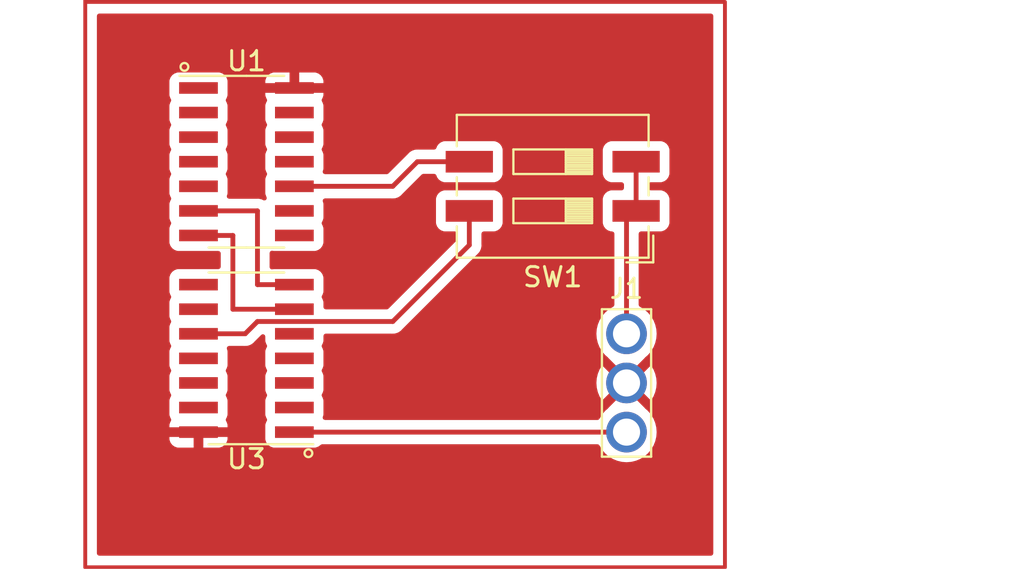
<source format=kicad_pcb>
(kicad_pcb (version 20221018) (generator pcbnew)
  (layers (0 "F.Cu" signal) (31 "B.Cu" signal) (34 "B.Paste" user) (35 "F.Paste" user) (36 "B.SilkS" user "B.Silkscreen") (37 "F.SilkS" user "F.Silkscreen") (38 "B.Mask" user) (39 "F.Mask" user) (44 "Edge.Cuts" user))
  (net 0 "")
  (net 1 "PWR_GND")
  (net 2 "PWR_5V")
  (net 3 "updi")
  (net 4 "udpi1")
  (net 5 "udpi2")
  (net 10 "Net-(U1-PB3{slash}RXD)")
  (net 11 "Net-(U1-PB2{slash}TXD)")
  (footprint "fab:SOIC-14_3.9x8.7mm_P1.27mm" (layer "F.Cu") (at 113.095 73.025 180)
    (fp_text reference "U3" (at 0 -5.2) (layer "F.SilkS"))
    (fp_text value "Microcontroller_ATtiny1614-SSFR")
    (fp_line (start 0 -4.435) (end -3.45 -4.435) (stroke (width 0.12)) (layer "F.SilkS"))
    (fp_line (start 0 -4.435) (end 1.95 -4.435) (stroke (width 0.12)) (layer "F.SilkS"))
    (fp_line (start 0 4.435) (end -1.95 4.435) (stroke (width 0.12)) (layer "F.SilkS"))
    (fp_line (start 0 4.435) (end 1.95 4.435) (stroke (width 0.12)) (layer "F.SilkS"))
    (fp_circle (center -3.2 -4.9) (end -3.2 -4.7) (stroke (width 0.12)) (fill none) (layer "F.SilkS"))
    (pad "1" smd rect (at -2.475 -3.81 180) (size 2 0.6) (layers "F.Cu" "F.Paste" "F.Mask") (net 2 "PWR_5V"))
    (pad "2" smd rect (at -2.475 -2.54 180) (size 2 0.6) (layers "F.Cu" "F.Paste" "F.Mask"))
    (pad "3" smd rect (at -2.475 -1.27 180) (size 2 0.6) (layers "F.Cu" "F.Paste" "F.Mask"))
    (pad "4" smd rect (at -2.475 0 180) (size 2 0.6) (layers "F.Cu" "F.Paste" "F.Mask"))
    (pad "5" smd rect (at -2.475 1.27 180) (size 2 0.6) (layers "F.Cu" "F.Paste" "F.Mask"))
    (pad "6" smd rect (at -2.475 2.54 180) (size 2 0.6) (layers "F.Cu" "F.Paste" "F.Mask") (net 11 "Net-(U1-PB2{slash}TXD)"))
    (pad "7" smd rect (at -2.475 3.81 180) (size 2 0.6) (layers "F.Cu" "F.Paste" "F.Mask") (net 10 "Net-(U1-PB3{slash}RXD)"))
    (pad "8" smd rect (at 2.475 3.81 180) (size 2 0.6) (layers "F.Cu" "F.Paste" "F.Mask"))
    (pad "9" smd rect (at 2.475 2.54 180) (size 2 0.6) (layers "F.Cu" "F.Paste" "F.Mask"))
    (pad "10" smd rect (at 2.475 1.27 180) (size 2 0.6) (layers "F.Cu" "F.Paste" "F.Mask") (net 4 "udpi1"))
    (pad "11" smd rect (at 2.475 0 180) (size 2 0.6) (layers "F.Cu" "F.Paste" "F.Mask"))
    (pad "12" smd rect (at 2.475 -1.27 180) (size 2 0.6) (layers "F.Cu" "F.Paste" "F.Mask"))
    (pad "13" smd rect (at 2.475 -2.54 180) (size 2 0.6) (layers "F.Cu" "F.Paste" "F.Mask"))
    (pad "14" smd rect (at 2.475 -3.81 180) (size 2 0.6) (layers "F.Cu" "F.Paste" "F.Mask") (net 1 "PWR_GND"))
  )
  (footprint "fab:SOIC-14_3.9x8.7mm_P1.27mm" (layer "F.Cu") (at 113.095 62.865)
    (fp_text reference "U1" (at 0 -5.2) (layer "F.SilkS"))
    (fp_text value "Microcontroller_ATtiny1614-SSFR")
    (fp_line (start 0 -4.435) (end -3.45 -4.435) (stroke (width 0.12)) (layer "F.SilkS"))
    (fp_line (start 0 -4.435) (end 1.95 -4.435) (stroke (width 0.12)) (layer "F.SilkS"))
    (fp_line (start 0 4.435) (end -1.95 4.435) (stroke (width 0.12)) (layer "F.SilkS"))
    (fp_line (start 0 4.435) (end 1.95 4.435) (stroke (width 0.12)) (layer "F.SilkS"))
    (fp_circle (center -3.2 -4.9) (end -3.2 -4.7) (stroke (width 0.12)) (fill none) (layer "F.SilkS"))
    (pad "1" smd rect (at -2.475 -3.81) (size 2 0.6) (layers "F.Cu" "F.Paste" "F.Mask") (net 2 "PWR_5V"))
    (pad "2" smd rect (at -2.475 -2.54) (size 2 0.6) (layers "F.Cu" "F.Paste" "F.Mask"))
    (pad "3" smd rect (at -2.475 -1.27) (size 2 0.6) (layers "F.Cu" "F.Paste" "F.Mask"))
    (pad "4" smd rect (at -2.475 0) (size 2 0.6) (layers "F.Cu" "F.Paste" "F.Mask"))
    (pad "5" smd rect (at -2.475 1.27) (size 2 0.6) (layers "F.Cu" "F.Paste" "F.Mask"))
    (pad "6" smd rect (at -2.475 2.54) (size 2 0.6) (layers "F.Cu" "F.Paste" "F.Mask") (net 10 "Net-(U1-PB3{slash}RXD)"))
    (pad "7" smd rect (at -2.475 3.81) (size 2 0.6) (layers "F.Cu" "F.Paste" "F.Mask") (net 11 "Net-(U1-PB2{slash}TXD)"))
    (pad "8" smd rect (at 2.475 3.81) (size 2 0.6) (layers "F.Cu" "F.Paste" "F.Mask"))
    (pad "9" smd rect (at 2.475 2.54) (size 2 0.6) (layers "F.Cu" "F.Paste" "F.Mask"))
    (pad "10" smd rect (at 2.475 1.27) (size 2 0.6) (layers "F.Cu" "F.Paste" "F.Mask") (net 5 "udpi2"))
    (pad "11" smd rect (at 2.475 0) (size 2 0.6) (layers "F.Cu" "F.Paste" "F.Mask"))
    (pad "12" smd rect (at 2.475 -1.27) (size 2 0.6) (layers "F.Cu" "F.Paste" "F.Mask"))
    (pad "13" smd rect (at 2.475 -2.54) (size 2 0.6) (layers "F.Cu" "F.Paste" "F.Mask"))
    (pad "14" smd rect (at 2.475 -3.81) (size 2 0.6) (layers "F.Cu" "F.Paste" "F.Mask") (net 1 "PWR_GND"))
  )
  (footprint "fab:PinHeader_1x03_P2.54mm_Vertical_THT_D1.4mm" (layer "F.Cu") (at 132.715 71.755)
    (fp_text reference "J1" (at 0 -2.33) (layer "F.SilkS"))
    (fp_text value "Conn_PinHeader_1x03_P2.54mm_Vertical_THT_D1.4mm")
    (fp_line (start -1.27 -1.27) (end -1.27 6.35) (stroke (width 0.12)) (layer "F.SilkS"))
    (fp_line (start -1.27 -1.27) (end 1.27 -1.27) (stroke (width 0.12)) (layer "F.SilkS"))
    (fp_line (start -1.27 6.35) (end 1.27 6.35) (stroke (width 0.12)) (layer "F.SilkS"))
    (fp_line (start 1.27 -1.27) (end 1.27 6.35) (stroke (width 0.12)) (layer "F.SilkS"))
    (pad "1" thru_hole circle (at 0 0) (size 2.1 2.1) (drill 1.4) (layers "*.Cu" "*.Mask") (net 3 "updi"))
    (pad "2" thru_hole circle (at 0 2.54) (size 2.1 2.1) (drill 1.4) (layers "*.Cu" "*.Mask") (net 1 "PWR_GND"))
    (pad "3" thru_hole circle (at 0 5.08) (size 2.1 2.1) (drill 1.4) (layers "*.Cu" "*.Mask") (net 2 "PWR_5V"))
  )
  (footprint "Button_Switch_SMD:SW_DIP_SPSTx02_Slide_9.78x7.26mm_W8.61mm_P2.54mm" (layer "F.Cu") (at 128.905 64.135 180)
    (fp_text reference "SW1" (at 0 -4.69) (layer "F.SilkS"))
    (fp_text value "SW_DIP_x02")
    (fp_line (start -5.19 -3.93) (end -5.19 -2.547) (stroke (width 0.12)) (layer "F.SilkS"))
    (fp_line (start -5.19 -3.93) (end -3.806 -3.93) (stroke (width 0.12)) (layer "F.SilkS"))
    (fp_line (start -4.95 -3.69) (end -4.95 -2.07) (stroke (width 0.12)) (layer "F.SilkS"))
    (fp_line (start -4.95 -3.69) (end 4.95 -3.69) (stroke (width 0.12)) (layer "F.SilkS"))
    (fp_line (start -4.95 -0.47) (end -4.95 0.47) (stroke (width 0.12)) (layer "F.SilkS"))
    (fp_line (start -4.95 2.07) (end -4.95 3.69) (stroke (width 0.12)) (layer "F.SilkS"))
    (fp_line (start -4.95 3.69) (end 4.95 3.69) (stroke (width 0.12)) (layer "F.SilkS"))
    (fp_line (start -2.03 -1.905) (end -2.03 -0.635) (stroke (width 0.12)) (layer "F.SilkS"))
    (fp_line (start -2.03 -1.785) (end -0.676667 -1.785) (stroke (width 0.12)) (layer "F.SilkS"))
    (fp_line (start -2.03 -1.665) (end -0.676667 -1.665) (stroke (width 0.12)) (layer "F.SilkS"))
    (fp_line (start -2.03 -1.545) (end -0.676667 -1.545) (stroke (width 0.12)) (layer "F.SilkS"))
    (fp_line (start -2.03 -1.425) (end -0.676667 -1.425) (stroke (width 0.12)) (layer "F.SilkS"))
    (fp_line (start -2.03 -1.305) (end -0.676667 -1.305) (stroke (width 0.12)) (layer "F.SilkS"))
    (fp_line (start -2.03 -1.185) (end -0.676667 -1.185) (stroke (width 0.12)) (layer "F.SilkS"))
    (fp_line (start -2.03 -1.065) (end -0.676667 -1.065) (stroke (width 0.12)) (layer "F.SilkS"))
    (fp_line (start -2.03 -0.945) (end -0.676667 -0.945) (stroke (width 0.12)) (layer "F.SilkS"))
    (fp_line (start -2.03 -0.825) (end -0.676667 -0.825) (stroke (width 0.12)) (layer "F.SilkS"))
    (fp_line (start -2.03 -0.705) (end -0.676667 -0.705) (stroke (width 0.12)) (layer "F.SilkS"))
    (fp_line (start -2.03 -0.635) (end 2.03 -0.635) (stroke (width 0.12)) (layer "F.SilkS"))
    (fp_line (start -2.03 0.635) (end -2.03 1.905) (stroke (width 0.12)) (layer "F.SilkS"))
    (fp_line (start -2.03 0.755) (end -0.676667 0.755) (stroke (width 0.12)) (layer "F.SilkS"))
    (fp_line (start -2.03 0.875) (end -0.676667 0.875) (stroke (width 0.12)) (layer "F.SilkS"))
    (fp_line (start -2.03 0.995) (end -0.676667 0.995) (stroke (width 0.12)) (layer "F.SilkS"))
    (fp_line (start -2.03 1.115) (end -0.676667 1.115) (stroke (width 0.12)) (layer "F.SilkS"))
    (fp_line (start -2.03 1.235) (end -0.676667 1.235) (stroke (width 0.12)) (layer "F.SilkS"))
    (fp_line (start -2.03 1.355) (end -0.676667 1.355) (stroke (width 0.12)) (layer "F.SilkS"))
    (fp_line (start -2.03 1.475) (end -0.676667 1.475) (stroke (width 0.12)) (layer "F.SilkS"))
    (fp_line (start -2.03 1.595) (end -0.676667 1.595) (stroke (width 0.12)) (layer "F.SilkS"))
    (fp_line (start -2.03 1.715) (end -0.676667 1.715) (stroke (width 0.12)) (layer "F.SilkS"))
    (fp_line (start -2.03 1.835) (end -0.676667 1.835) (stroke (width 0.12)) (layer "F.SilkS"))
    (fp_line (start -2.03 1.905) (end 2.03 1.905) (stroke (width 0.12)) (layer "F.SilkS"))
    (fp_line (start -0.676667 -1.905) (end -0.676667 -0.635) (stroke (width 0.12)) (layer "F.SilkS"))
    (fp_line (start -0.676667 0.635) (end -0.676667 1.905) (stroke (width 0.12)) (layer "F.SilkS"))
    (fp_line (start 2.03 -1.905) (end -2.03 -1.905) (stroke (width 0.12)) (layer "F.SilkS"))
    (fp_line (start 2.03 -0.635) (end 2.03 -1.905) (stroke (width 0.12)) (layer "F.SilkS"))
    (fp_line (start 2.03 0.635) (end -2.03 0.635) (stroke (width 0.12)) (layer "F.SilkS"))
    (fp_line (start 2.03 1.905) (end 2.03 0.635) (stroke (width 0.12)) (layer "F.SilkS"))
    (fp_line (start 4.95 -3.69) (end 4.95 -2.07) (stroke (width 0.12)) (layer "F.SilkS"))
    (fp_line (start 4.95 -0.47) (end 4.95 0.47) (stroke (width 0.12)) (layer "F.SilkS"))
    (fp_line (start 4.95 2.07) (end 4.95 3.69) (stroke (width 0.12)) (layer "F.SilkS"))
    (pad "1" smd rect (at -4.305 -1.27 180) (size 2.44 1.12) (layers "F.Cu" "F.Paste" "F.Mask") (net 3 "updi"))
    (pad "2" smd rect (at -4.305 1.27 180) (size 2.44 1.12) (layers "F.Cu" "F.Paste" "F.Mask") (net 3 "updi"))
    (pad "3" smd rect (at 4.305 1.27 180) (size 2.44 1.12) (layers "F.Cu" "F.Paste" "F.Mask") (net 5 "udpi2"))
    (pad "4" smd rect (at 4.305 -1.27 180) (size 2.44 1.12) (layers "F.Cu" "F.Paste" "F.Mask") (net 4 "udpi1"))
  )
  (gr_rect (start 104.775 54.61) (end 137.795 83.82) (stroke (width 0.2)) (fill none) (layer "F.Cu"))
  (segment (start 132.715 76.835) (end 115.57 76.835) (width 0.25) (layer "F.Cu") (net 2))
  (segment (start 132.715 65.9) (end 133.21 65.405) (width 0.25) (layer "F.Cu") (net 3))
  (segment (start 133.21 65.405) (end 133.21 62.865) (width 0.25) (layer "F.Cu") (net 3))
  (segment (start 132.715 71.755) (end 132.715 65.9) (width 0.25) (layer "F.Cu") (net 3))
  (segment (start 113.03 71.755) (end 113.665 71.12) (width 0.25) (layer "F.Cu") (net 4))
  (segment (start 113.665 71.12) (end 120.65 71.12) (width 0.25) (layer "F.Cu") (net 4))
  (segment (start 110.62 71.755) (end 113.03 71.755) (width 0.25) (layer "F.Cu") (net 4))
  (segment (start 120.65 71.12) (end 124.6 67.17) (width 0.25) (layer "F.Cu") (net 4))
  (segment (start 124.6 67.17) (end 124.6 65.405) (width 0.25) (layer "F.Cu") (net 4))
  (segment (start 124.6 62.865) (end 121.92 62.865) (width 0.25) (layer "F.Cu") (net 5))
  (segment (start 120.65 64.135) (end 115.57 64.135) (width 0.25) (layer "F.Cu") (net 5))
  (segment (start 121.92 62.865) (end 120.65 64.135) (width 0.25) (layer "F.Cu") (net 5))
  (segment (start 113.665 69.215) (end 115.57 69.215) (width 0.25) (layer "F.Cu") (net 10))
  (segment (start 110.62 65.405) (end 113.665 65.405) (width 0.25) (layer "F.Cu") (net 10))
  (segment (start 113.665 65.405) (end 113.665 69.215) (width 0.25) (layer "F.Cu") (net 10))
  (segment (start 110.62 66.675) (end 112.395 66.675) (width 0.25) (layer "F.Cu") (net 11))
  (segment (start 112.395 66.675) (end 112.395 70.485) (width 0.25) (layer "F.Cu") (net 11))
  (segment (start 112.395 70.485) (end 115.57 70.485) (width 0.25) (layer "F.Cu") (net 11))
  (zone (net 1) (net_name "PWR_GND") (layer "F.Cu") (name "gnd") (connect_pads (clearance 0.5)) (min_thickness 0.25) (fill yes (thermal_gap 0.5) (thermal_bridge_width 0.5))
    (polygon (pts (xy 137.795 54.61) (xy 104.775 54.61) (xy 104.775 83.82) (xy 137.795 83.82) (xy 137.795 54.61)))
  )
)
</source>
